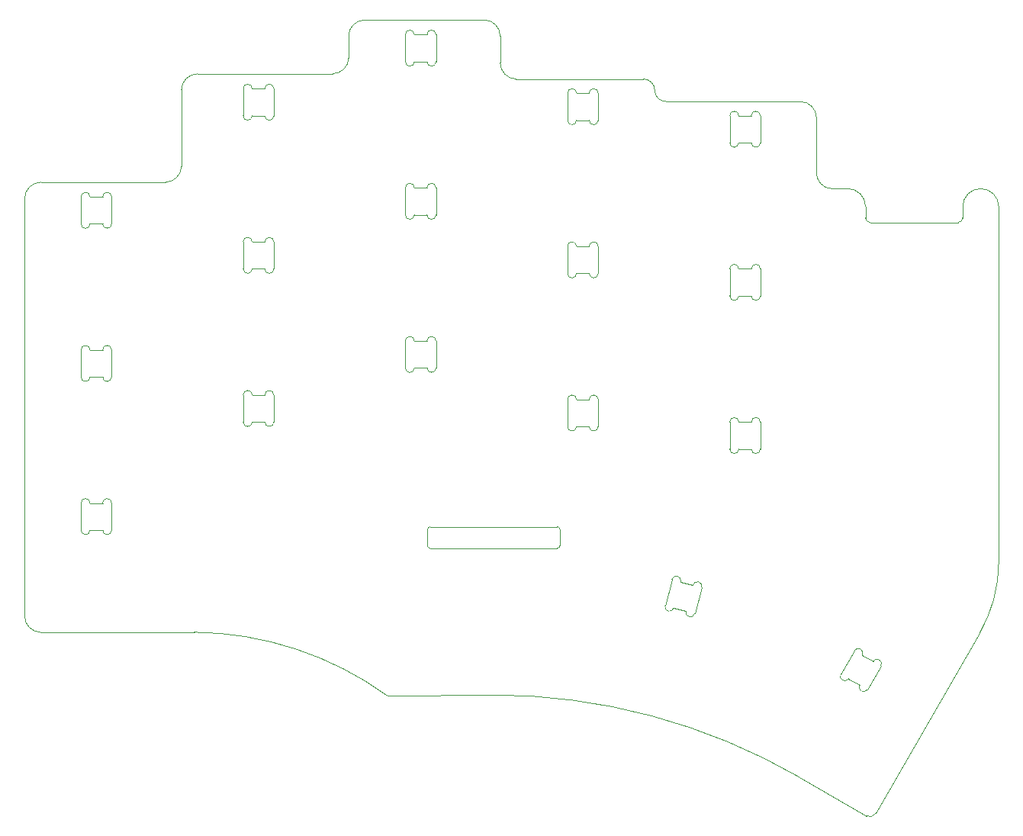
<source format=gm1>
G04 #@! TF.GenerationSoftware,KiCad,Pcbnew,7.0.2-0*
G04 #@! TF.CreationDate,2023-05-28T19:55:49+02:00*
G04 #@! TF.ProjectId,arkenswoop,61726b65-6e73-4776-9f6f-702e6b696361,0.4.2*
G04 #@! TF.SameCoordinates,Original*
G04 #@! TF.FileFunction,Profile,NP*
%FSLAX46Y46*%
G04 Gerber Fmt 4.6, Leading zero omitted, Abs format (unit mm)*
G04 Created by KiCad (PCBNEW 7.0.2-0) date 2023-05-28 19:55:49*
%MOMM*%
%LPD*%
G01*
G04 APERTURE LIST*
G04 #@! TA.AperFunction,Profile*
%ADD10C,0.050000*%
G04 #@! TD*
G04 #@! TA.AperFunction,Profile*
%ADD11C,0.100000*%
G04 #@! TD*
G04 APERTURE END LIST*
D10*
X63279167Y-81044010D02*
X63269824Y-127424999D01*
X151150000Y-78125000D02*
X151150000Y-72125000D01*
X171385630Y-81989604D02*
X171385883Y-121456747D01*
X171385638Y-81989604D02*
G75*
G03*
X169385641Y-79989462I-2000138J4D01*
G01*
X131950000Y-67825000D02*
X117800000Y-67825000D01*
X116054889Y-63057298D02*
X116054889Y-66030865D01*
X114309778Y-61263163D02*
X101025000Y-61275000D01*
X133200000Y-69075000D02*
G75*
G03*
X131950000Y-67825000I-1250000J0D01*
G01*
X133200000Y-69075000D02*
G75*
G03*
X134450000Y-70325000I1250000J0D01*
G01*
X80677686Y-69000074D02*
X80673519Y-77531064D01*
X101025000Y-61274978D02*
G75*
G03*
X99230866Y-63020111I0J-1794822D01*
G01*
X166885323Y-83739429D02*
G75*
G03*
X167385329Y-83239378I-23J500029D01*
G01*
X115235769Y-136194832D02*
X103554156Y-136294630D01*
X78875000Y-79288834D02*
X65083651Y-79288834D01*
X167385329Y-83239378D02*
X167385505Y-81989453D01*
X82096860Y-129229483D02*
X65025000Y-129229483D01*
X156698895Y-149616311D02*
X149229607Y-145303912D01*
X116054924Y-63057298D02*
G75*
G03*
X114309778Y-61263164I-1794824J-2D01*
G01*
X152887029Y-80012186D02*
X154604315Y-79989915D01*
X156604285Y-81990048D02*
G75*
G03*
X154604315Y-79989915I-2000085J48D01*
G01*
X151150022Y-72125000D02*
G75*
G03*
X149404889Y-70330866I-1794822J0D01*
G01*
X169275518Y-129333217D02*
G75*
G03*
X171385883Y-121456747I-13641718J7876017D01*
G01*
X149404889Y-70330865D02*
X134450000Y-70325000D01*
X78875000Y-79288891D02*
G75*
G03*
X80673519Y-77531064I-8700J1807891D01*
G01*
X149229606Y-145303913D02*
G75*
G03*
X115235769Y-136194832I-33993836J-58875617D01*
G01*
X156604299Y-81990048D02*
X156604480Y-83239980D01*
X156698897Y-149616307D02*
G75*
G03*
X157723413Y-149341792I375003J649507D01*
G01*
X156604517Y-83239980D02*
G75*
G03*
X157104479Y-83739983I499983J-20D01*
G01*
X65083651Y-79288875D02*
G75*
G03*
X63279167Y-81044010I-51J-1805125D01*
G01*
X169385641Y-79989405D02*
G75*
G03*
X167385505Y-81989453I-41J-2000095D01*
G01*
X97441349Y-67244772D02*
G75*
G03*
X99235483Y-65499713I51J1794772D01*
G01*
X99230865Y-63020111D02*
X99235484Y-65499713D01*
X157723414Y-149341792D02*
X169275507Y-129333211D01*
X116054912Y-66030865D02*
G75*
G03*
X117800000Y-67825000I1794788J-35D01*
G01*
X97441349Y-67244824D02*
X82482170Y-67244898D01*
X151150047Y-78125003D02*
G75*
G03*
X152887029Y-80012185I1786553J-98597D01*
G01*
X63269825Y-127424999D02*
G75*
G03*
X65025000Y-129229482I1805175J-1D01*
G01*
X157104479Y-83739983D02*
X166885323Y-83739379D01*
X103554156Y-136294630D02*
G75*
G03*
X82096860Y-129229483I-21829156J-30180370D01*
G01*
X82482170Y-67244893D02*
G75*
G03*
X80677686Y-69000074I30J-1805207D01*
G01*
D11*
X72929541Y-83899973D02*
X72929541Y-80899973D01*
X71929541Y-83899973D02*
X70529541Y-83899973D01*
X71929541Y-80899973D02*
X70529541Y-80899973D01*
X69529541Y-80899973D02*
X69529541Y-83899973D01*
X71929541Y-83899973D02*
G75*
G03*
X72929541Y-83899973I500000J0D01*
G01*
X72929541Y-80899973D02*
G75*
G03*
X71929541Y-80899973I-500000J0D01*
G01*
X69529541Y-83899973D02*
G75*
G03*
X70529541Y-83899973I500000J0D01*
G01*
X70529541Y-80899973D02*
G75*
G03*
X69529541Y-80899973I-500000J0D01*
G01*
D10*
X107987509Y-119620094D02*
X107987509Y-117820094D01*
X108283509Y-119920094D02*
X122383509Y-119920094D01*
X122383509Y-117520094D02*
X108287509Y-117520094D01*
X122683509Y-119620094D02*
X122683509Y-117820094D01*
X108287509Y-117520094D02*
G75*
G03*
X107987509Y-117820094I0J-300000D01*
G01*
X107987509Y-119620094D02*
G75*
G03*
X108287509Y-119920094I300000J0D01*
G01*
X122683509Y-117820094D02*
G75*
G03*
X122383509Y-117520094I-300000J0D01*
G01*
X122383509Y-119920094D02*
G75*
G03*
X122683509Y-119620094I0J300000D01*
G01*
D11*
X144929547Y-74899469D02*
X144929547Y-71899469D01*
X143929547Y-74899469D02*
X142529547Y-74899469D01*
X143929547Y-71899469D02*
X142529547Y-71899469D01*
X141529547Y-71899469D02*
X141529547Y-74899469D01*
X143929547Y-74899469D02*
G75*
G03*
X144929547Y-74899469I500000J0D01*
G01*
X144929547Y-71899469D02*
G75*
G03*
X143929547Y-71899469I-500000J0D01*
G01*
X141529547Y-74899469D02*
G75*
G03*
X142529547Y-74899469I500000J0D01*
G01*
X142529547Y-71899469D02*
G75*
G03*
X141529547Y-71899469I-500000J0D01*
G01*
X90929543Y-71899972D02*
X90929543Y-68899972D01*
X89929543Y-71899972D02*
X88529543Y-71899972D01*
X89929543Y-68899972D02*
X88529543Y-68899972D01*
X87529543Y-68899972D02*
X87529543Y-71899972D01*
X89929543Y-71899972D02*
G75*
G03*
X90929543Y-71899972I500000J0D01*
G01*
X90929543Y-68899972D02*
G75*
G03*
X89929543Y-68899972I-500000J0D01*
G01*
X87529543Y-71899972D02*
G75*
G03*
X88529543Y-71899972I500000J0D01*
G01*
X88529543Y-68899972D02*
G75*
G03*
X87529543Y-68899972I-500000J0D01*
G01*
X108929547Y-99899471D02*
X108929547Y-96899471D01*
X107929547Y-99899471D02*
X106529547Y-99899471D01*
X107929547Y-96899471D02*
X106529547Y-96899471D01*
X105529547Y-96899471D02*
X105529547Y-99899471D01*
X107929547Y-99899471D02*
G75*
G03*
X108929547Y-99899471I500000J0D01*
G01*
X108929547Y-96899471D02*
G75*
G03*
X107929547Y-96899471I-500000J0D01*
G01*
X105529547Y-99899471D02*
G75*
G03*
X106529547Y-99899471I500000J0D01*
G01*
X106529547Y-96899471D02*
G75*
G03*
X105529547Y-96899471I-500000J0D01*
G01*
X108929543Y-65899473D02*
X108929543Y-62899473D01*
X107929543Y-65899473D02*
X106529543Y-65899473D01*
X107929543Y-62899473D02*
X106529543Y-62899473D01*
X105529543Y-62899473D02*
X105529543Y-65899473D01*
X107929543Y-65899473D02*
G75*
G03*
X108929543Y-65899473I500000J0D01*
G01*
X108929543Y-62899473D02*
G75*
G03*
X107929543Y-62899473I-500000J0D01*
G01*
X105529543Y-65899473D02*
G75*
G03*
X106529543Y-65899473I500000J0D01*
G01*
X106529543Y-62899473D02*
G75*
G03*
X105529543Y-62899473I-500000J0D01*
G01*
X144929547Y-91899475D02*
X144929547Y-88899475D01*
X143929547Y-91899475D02*
X142529547Y-91899475D01*
X143929547Y-88899475D02*
X142529547Y-88899475D01*
X141529547Y-88899475D02*
X141529547Y-91899475D01*
X143929547Y-91899475D02*
G75*
G03*
X144929547Y-91899475I500000J0D01*
G01*
X144929547Y-88899475D02*
G75*
G03*
X143929547Y-88899475I-500000J0D01*
G01*
X141529547Y-91899475D02*
G75*
G03*
X142529547Y-91899475I500000J0D01*
G01*
X142529547Y-88899475D02*
G75*
G03*
X141529547Y-88899475I-500000J0D01*
G01*
X156808753Y-135575567D02*
X158308753Y-132977490D01*
X155942728Y-135075567D02*
X154730292Y-134375567D01*
X157442728Y-132477490D02*
X156230292Y-131777490D01*
X155364267Y-131277490D02*
X153864267Y-133875567D01*
X155942727Y-135075567D02*
G75*
G03*
X156808753Y-135575567I433013J-250000D01*
G01*
X158308752Y-132977489D02*
G75*
G03*
X157442728Y-132477490I-433012J249999D01*
G01*
X153864268Y-133875568D02*
G75*
G03*
X154730292Y-134375567I433012J-249999D01*
G01*
X156230293Y-131777490D02*
G75*
G03*
X155364267Y-131277490I-433013J250000D01*
G01*
X108929545Y-82899469D02*
X108929545Y-79899469D01*
X107929545Y-82899469D02*
X106529545Y-82899469D01*
X107929545Y-79899469D02*
X106529545Y-79899469D01*
X105529545Y-79899469D02*
X105529545Y-82899469D01*
X107929545Y-82899469D02*
G75*
G03*
X108929545Y-82899469I500000J0D01*
G01*
X108929545Y-79899469D02*
G75*
G03*
X107929545Y-79899469I-500000J0D01*
G01*
X105529545Y-82899469D02*
G75*
G03*
X106529545Y-82899469I500000J0D01*
G01*
X106529545Y-79899469D02*
G75*
G03*
X105529545Y-79899469I-500000J0D01*
G01*
X72929545Y-117899972D02*
X72929545Y-114899972D01*
X71929545Y-117899972D02*
X70529545Y-117899972D01*
X71929545Y-114899972D02*
X70529545Y-114899972D01*
X69529545Y-114899972D02*
X69529545Y-117899972D01*
X71929545Y-117899972D02*
G75*
G03*
X72929545Y-117899972I500000J0D01*
G01*
X72929545Y-114899972D02*
G75*
G03*
X71929545Y-114899972I-500000J0D01*
G01*
X69529545Y-117899972D02*
G75*
G03*
X70529545Y-117899972I500000J0D01*
G01*
X70529545Y-114899972D02*
G75*
G03*
X69529545Y-114899972I-500000J0D01*
G01*
X137635116Y-127152973D02*
X138411573Y-124255195D01*
X136669190Y-126894153D02*
X135316894Y-126531807D01*
X137445647Y-123996376D02*
X136093351Y-123634029D01*
X135127425Y-123375210D02*
X134350968Y-126272988D01*
X136669190Y-126894153D02*
G75*
G03*
X137635116Y-127152973I482963J-129410D01*
G01*
X138411572Y-124255195D02*
G75*
G03*
X137445648Y-123996376I-482962J129410D01*
G01*
X134350968Y-126272988D02*
G75*
G03*
X135316894Y-126531807I482963J-129409D01*
G01*
X136093351Y-123634029D02*
G75*
G03*
X135127425Y-123375210I-482963J129409D01*
G01*
X126928545Y-106399471D02*
X126928545Y-103399471D01*
X125928545Y-106399471D02*
X124528545Y-106399471D01*
X125928545Y-103399471D02*
X124528545Y-103399471D01*
X123528545Y-103399471D02*
X123528545Y-106399471D01*
X125928545Y-106399471D02*
G75*
G03*
X126928545Y-106399471I500000J0D01*
G01*
X126928545Y-103399471D02*
G75*
G03*
X125928545Y-103399471I-500000J0D01*
G01*
X123528545Y-106399471D02*
G75*
G03*
X124528545Y-106399471I500000J0D01*
G01*
X124528545Y-103399471D02*
G75*
G03*
X123528545Y-103399471I-500000J0D01*
G01*
X144929550Y-108899470D02*
X144929550Y-105899470D01*
X143929550Y-108899470D02*
X142529550Y-108899470D01*
X143929550Y-105899470D02*
X142529550Y-105899470D01*
X141529550Y-105899470D02*
X141529550Y-108899470D01*
X143929550Y-108899470D02*
G75*
G03*
X144929550Y-108899470I500000J0D01*
G01*
X144929550Y-105899470D02*
G75*
G03*
X143929550Y-105899470I-500000J0D01*
G01*
X141529550Y-108899470D02*
G75*
G03*
X142529550Y-108899470I500000J0D01*
G01*
X142529550Y-105899470D02*
G75*
G03*
X141529550Y-105899470I-500000J0D01*
G01*
X126928546Y-89399470D02*
X126928546Y-86399470D01*
X125928546Y-89399470D02*
X124528546Y-89399470D01*
X125928546Y-86399470D02*
X124528546Y-86399470D01*
X123528546Y-86399470D02*
X123528546Y-89399470D01*
X125928546Y-89399470D02*
G75*
G03*
X126928546Y-89399470I500000J0D01*
G01*
X126928546Y-86399470D02*
G75*
G03*
X125928546Y-86399470I-500000J0D01*
G01*
X123528546Y-89399470D02*
G75*
G03*
X124528546Y-89399470I500000J0D01*
G01*
X124528546Y-86399470D02*
G75*
G03*
X123528546Y-86399470I-500000J0D01*
G01*
X126928546Y-72399475D02*
X126928546Y-69399475D01*
X125928546Y-72399475D02*
X124528546Y-72399475D01*
X125928546Y-69399475D02*
X124528546Y-69399475D01*
X123528546Y-69399475D02*
X123528546Y-72399475D01*
X125928546Y-72399475D02*
G75*
G03*
X126928546Y-72399475I500000J0D01*
G01*
X126928546Y-69399475D02*
G75*
G03*
X125928546Y-69399475I-500000J0D01*
G01*
X123528546Y-72399475D02*
G75*
G03*
X124528546Y-72399475I500000J0D01*
G01*
X124528546Y-69399475D02*
G75*
G03*
X123528546Y-69399475I-500000J0D01*
G01*
X90929546Y-88899968D02*
X90929546Y-85899968D01*
X89929546Y-88899968D02*
X88529546Y-88899968D01*
X89929546Y-85899968D02*
X88529546Y-85899968D01*
X87529546Y-85899968D02*
X87529546Y-88899968D01*
X89929546Y-88899968D02*
G75*
G03*
X90929546Y-88899968I500000J0D01*
G01*
X90929546Y-85899968D02*
G75*
G03*
X89929546Y-85899968I-500000J0D01*
G01*
X87529546Y-88899968D02*
G75*
G03*
X88529546Y-88899968I500000J0D01*
G01*
X88529546Y-85899968D02*
G75*
G03*
X87529546Y-85899968I-500000J0D01*
G01*
X72929543Y-100899967D02*
X72929543Y-97899967D01*
X71929543Y-100899967D02*
X70529543Y-100899967D01*
X71929543Y-97899967D02*
X70529543Y-97899967D01*
X69529543Y-97899967D02*
X69529543Y-100899967D01*
X71929543Y-100899967D02*
G75*
G03*
X72929543Y-100899967I500000J0D01*
G01*
X72929543Y-97899967D02*
G75*
G03*
X71929543Y-97899967I-500000J0D01*
G01*
X69529543Y-100899967D02*
G75*
G03*
X70529543Y-100899967I500000J0D01*
G01*
X70529543Y-97899967D02*
G75*
G03*
X69529543Y-97899967I-500000J0D01*
G01*
X90929549Y-105899974D02*
X90929549Y-102899974D01*
X89929549Y-105899974D02*
X88529549Y-105899974D01*
X89929549Y-102899974D02*
X88529549Y-102899974D01*
X87529549Y-102899974D02*
X87529549Y-105899974D01*
X89929549Y-105899974D02*
G75*
G03*
X90929549Y-105899974I500000J0D01*
G01*
X90929549Y-102899974D02*
G75*
G03*
X89929549Y-102899974I-500000J0D01*
G01*
X87529549Y-105899974D02*
G75*
G03*
X88529549Y-105899974I500000J0D01*
G01*
X88529549Y-102899974D02*
G75*
G03*
X87529549Y-102899974I-500000J0D01*
G01*
M02*

</source>
